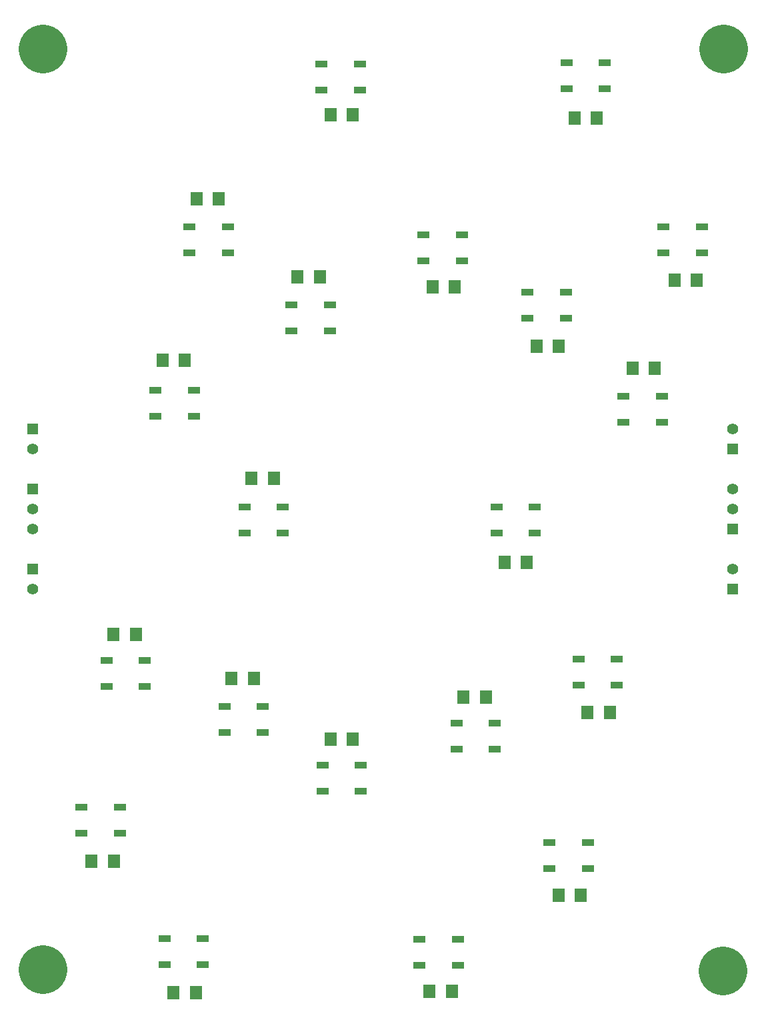
<source format=gts>
G04 ( created by brdgerber.py ( brdgerber.py v0.1 2014-03-12 ) ) date 2020-10-07 04:59:29 EDT*
G04 Gerber Fmt 3.4, Leading zero omitted, Abs format*
%MOIN*%
%FSLAX34Y34*%
G01*
G70*
G90*
G04 APERTURE LIST*
%ADD11C,0.0550*%
%ADD14C,0.2440*%
%ADD10R,0.0550X0.0550*%
%ADD12R,0.0590X0.0354*%
%ADD13R,0.0629X0.0709*%
G04 APERTURE END LIST*
G54D11*
D10*
X-01500Y-15000D03*
D11*
X-01500Y-16000D03*
D10*
X33500Y-16000D03*
D11*
X33500Y-15000D03*
D10*
X33500Y-23000D03*
D11*
X33500Y-22000D03*
D10*
X33500Y-20000D03*
D11*
X33500Y-19000D03*
D11*
X33500Y-18000D03*
D10*
X-01500Y-22000D03*
D11*
X-01500Y-23000D03*
D10*
X-01500Y-18000D03*
D11*
X-01500Y-19000D03*
D11*
X-01500Y-20000D03*
D12*
X12936Y03249D03*
D12*
X12936Y01951D03*
D12*
X14864Y03249D03*
D12*
X14864Y01951D03*
D13*
X13391Y00700D03*
D13*
X14509Y00700D03*
D12*
X17836Y-40501D03*
D12*
X17836Y-41799D03*
D12*
X19764Y-40501D03*
D12*
X19764Y-41799D03*
D12*
X25186Y03299D03*
D12*
X25186Y02001D03*
D12*
X27114Y03299D03*
D12*
X27114Y02001D03*
D12*
X24336Y-35651D03*
D12*
X24336Y-36949D03*
D12*
X26264Y-35651D03*
D12*
X26264Y-36949D03*
D12*
X30036Y-04901D03*
D12*
X30036Y-06199D03*
D12*
X31964Y-04901D03*
D12*
X31964Y-06199D03*
D12*
X29964Y-14649D03*
D12*
X29964Y-13351D03*
D12*
X28036Y-14649D03*
D12*
X28036Y-13351D03*
D12*
X25786Y-26501D03*
D12*
X25786Y-27799D03*
D12*
X27714Y-26501D03*
D12*
X27714Y-27799D03*
D12*
X05086Y-40451D03*
D12*
X05086Y-41749D03*
D12*
X07014Y-40451D03*
D12*
X07014Y-41749D03*
D12*
X00936Y-33901D03*
D12*
X00936Y-35199D03*
D12*
X02864Y-33901D03*
D12*
X02864Y-35199D03*
D12*
X04114Y-27849D03*
D12*
X04114Y-26551D03*
D12*
X02186Y-27849D03*
D12*
X02186Y-26551D03*
D12*
X06564Y-14349D03*
D12*
X06564Y-13051D03*
D12*
X04636Y-14349D03*
D12*
X04636Y-13051D03*
D12*
X08264Y-06199D03*
D12*
X08264Y-04901D03*
D12*
X06336Y-06199D03*
D12*
X06336Y-04901D03*
D12*
X11014Y-20199D03*
D12*
X11014Y-18901D03*
D12*
X09086Y-20199D03*
D12*
X09086Y-18901D03*
D12*
X21686Y-18901D03*
D12*
X21686Y-20199D03*
D12*
X23614Y-18901D03*
D12*
X23614Y-20199D03*
D12*
X13364Y-10099D03*
D12*
X13364Y-08801D03*
D12*
X11436Y-10099D03*
D12*
X11436Y-08801D03*
D12*
X23236Y-08151D03*
D12*
X23236Y-09449D03*
D12*
X25164Y-08151D03*
D12*
X25164Y-09449D03*
D12*
X21614Y-30999D03*
D12*
X21614Y-29701D03*
D12*
X19686Y-30999D03*
D12*
X19686Y-29701D03*
D12*
X14914Y-33099D03*
D12*
X14914Y-31801D03*
D12*
X12986Y-33099D03*
D12*
X12986Y-31801D03*
D12*
X10014Y-30149D03*
D12*
X10014Y-28851D03*
D12*
X08086Y-30149D03*
D12*
X08086Y-28851D03*
D13*
X25591Y00550D03*
D13*
X26709Y00550D03*
D13*
X30591Y-07550D03*
D13*
X31709Y-07550D03*
D13*
X29609Y-11950D03*
D13*
X28491Y-11950D03*
D13*
X26241Y-29150D03*
D13*
X27359Y-29150D03*
D13*
X24791Y-38300D03*
D13*
X25909Y-38300D03*
D13*
X18341Y-43100D03*
D13*
X19459Y-43100D03*
D13*
X05541Y-43150D03*
D13*
X06659Y-43150D03*
D13*
X01441Y-36600D03*
D13*
X02559Y-36600D03*
D13*
X03659Y-25250D03*
D13*
X02541Y-25250D03*
D13*
X06109Y-11550D03*
D13*
X04991Y-11550D03*
D13*
X07809Y-03500D03*
D13*
X06691Y-03500D03*
D13*
X12859Y-07400D03*
D13*
X11741Y-07400D03*
D13*
X18491Y-07900D03*
D13*
X19609Y-07900D03*
D13*
X23691Y-10850D03*
D13*
X24809Y-10850D03*
D13*
X10559Y-17450D03*
D13*
X09441Y-17450D03*
D13*
X22091Y-21650D03*
D13*
X23209Y-21650D03*
D13*
X21159Y-28400D03*
D13*
X20041Y-28400D03*
D13*
X14509Y-30500D03*
D13*
X13391Y-30500D03*
D13*
X09559Y-27450D03*
D13*
X08441Y-27450D03*
D12*
X18036Y-05301D03*
D12*
X18036Y-06599D03*
D12*
X19964Y-05301D03*
D12*
X19964Y-06599D03*
D14*
G01X-01000Y04000D02*
G01X-01000Y04000D01*
D14*
G01X33050Y04000D02*
G01X33050Y04000D01*
D14*
G01X-01000Y-42000D02*
G01X-01000Y-42000D01*
D14*
G01X33000Y-42050D02*
G01X33000Y-42050D01*
M02*

</source>
